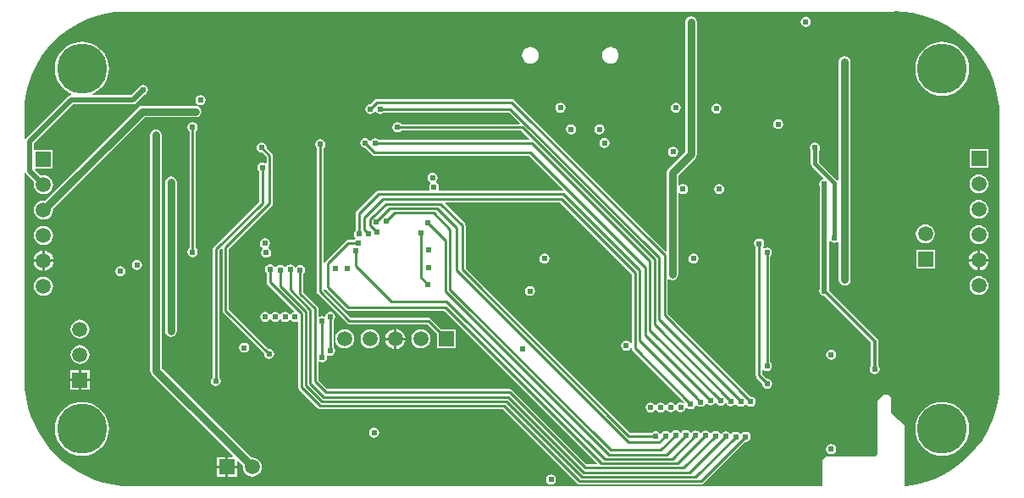
<source format=gbl>
G04*
G04 #@! TF.GenerationSoftware,Altium Limited,Altium Designer,21.0.8 (223)*
G04*
G04 Layer_Physical_Order=4*
G04 Layer_Color=16711680*
%FSLAX25Y25*%
%MOIN*%
G70*
G04*
G04 #@! TF.SameCoordinates,A399C05B-B16C-483E-863C-B068B867FB55*
G04*
G04*
G04 #@! TF.FilePolarity,Positive*
G04*
G01*
G75*
%ADD14C,0.01000*%
%ADD16C,0.02000*%
%ADD115C,0.03000*%
%ADD116C,0.01500*%
%ADD117C,0.01300*%
%ADD118R,0.05906X0.05906*%
%ADD119C,0.05906*%
%ADD120C,0.19685*%
%ADD121R,0.05906X0.05906*%
%ADD122C,0.01968*%
%ADD123C,0.02400*%
G36*
X323282Y164149D02*
X326874Y163676D01*
X330410Y162892D01*
X333865Y161803D01*
X337212Y160417D01*
X340425Y158744D01*
X343480Y156798D01*
X346354Y154592D01*
X349025Y152145D01*
X351473Y149474D01*
X353678Y146600D01*
X355624Y143545D01*
X357297Y140332D01*
X358683Y136985D01*
X359773Y133530D01*
X360557Y129993D01*
X361030Y126402D01*
X361167Y123263D01*
X361178Y122768D01*
X361178Y122768D01*
X361178Y122768D01*
X361178Y122768D01*
X361178Y122288D01*
Y20311D01*
X361153Y20164D01*
X361092Y19820D01*
X361092Y19819D01*
X361092D01*
X361114Y19355D01*
X361166Y18308D01*
X360969Y14301D01*
X360380Y10333D01*
X359406Y6441D01*
X358054Y2664D01*
X356339Y-962D01*
X354277Y-4403D01*
X351887Y-7625D01*
X349193Y-10598D01*
X346221Y-13292D01*
X342999Y-15681D01*
X339558Y-17744D01*
X335931Y-19459D01*
X332154Y-20810D01*
X328263Y-21785D01*
X324295Y-22374D01*
X323952Y-22390D01*
X323590Y-22046D01*
Y1460D01*
X321500Y3550D01*
X318500Y6550D01*
Y12370D01*
X317260Y13610D01*
X315710D01*
X313220Y11120D01*
Y9810D01*
Y-9980D01*
X312490Y-10710D01*
X293030D01*
X291560Y-12180D01*
Y-13580D01*
Y-22523D01*
X21342D01*
X21340Y-22494D01*
X20670Y-22523D01*
X18186D01*
X15757Y-22417D01*
X12115Y-21937D01*
X8528Y-21142D01*
X5024Y-20037D01*
X1630Y-18631D01*
X-1629Y-16935D01*
X-4728Y-14961D01*
X-7643Y-12724D01*
X-10352Y-10242D01*
X-12834Y-7533D01*
X-15070Y-4618D01*
X-17044Y-1520D01*
X-18741Y1739D01*
X-20147Y5133D01*
X-21252Y8637D01*
X-22047Y12224D01*
X-22526Y15867D01*
X-22603Y17625D01*
X-22603D01*
X-22633Y17653D01*
Y100711D01*
X-22132Y100798D01*
X-21812Y100318D01*
X-18713Y97220D01*
X-18747Y97137D01*
X-18875Y96170D01*
X-18747Y95203D01*
X-18374Y94303D01*
X-17781Y93529D01*
X-17007Y92936D01*
X-16107Y92563D01*
X-15140Y92435D01*
X-14173Y92563D01*
X-13273Y92936D01*
X-12499Y93529D01*
X-11906Y94303D01*
X-11533Y95203D01*
X-11405Y96170D01*
X-11533Y97137D01*
X-11906Y98037D01*
X-12499Y98811D01*
X-13273Y99404D01*
X-14173Y99777D01*
X-15140Y99905D01*
X-16107Y99777D01*
X-16190Y99743D01*
X-18414Y101967D01*
X-18207Y102467D01*
X-11437D01*
Y109873D01*
X-18766D01*
Y112541D01*
X-3481Y127826D01*
X20230D01*
X20913Y127962D01*
X21492Y128348D01*
X24718Y131575D01*
X24811Y131593D01*
X25456Y132024D01*
X25887Y132669D01*
X26038Y133430D01*
X25887Y134191D01*
X25456Y134836D01*
X24811Y135267D01*
X24050Y135418D01*
X23289Y135267D01*
X22644Y134836D01*
X22213Y134191D01*
X22195Y134098D01*
X19491Y131394D01*
X4028D01*
X3929Y131894D01*
X4824Y132265D01*
X6245Y133136D01*
X7513Y134219D01*
X8596Y135487D01*
X9467Y136908D01*
X10105Y138449D01*
X10494Y140070D01*
X10625Y141732D01*
X10494Y143394D01*
X10105Y145016D01*
X9467Y146556D01*
X8596Y147978D01*
X7513Y149246D01*
X6245Y150328D01*
X4824Y151199D01*
X3283Y151838D01*
X1662Y152227D01*
X0Y152357D01*
X-1662Y152227D01*
X-3283Y151838D01*
X-4824Y151199D01*
X-6245Y150328D01*
X-7513Y149246D01*
X-8596Y147978D01*
X-9467Y146556D01*
X-10105Y145016D01*
X-10494Y143394D01*
X-10625Y141732D01*
X-10494Y140070D01*
X-10105Y138449D01*
X-9467Y136908D01*
X-8596Y135487D01*
X-7513Y134219D01*
X-6245Y133136D01*
X-4824Y132265D01*
X-4349Y132068D01*
X-4177Y131456D01*
X-4220Y131394D01*
X-4903Y131258D01*
X-5482Y130872D01*
X-5482Y130872D01*
X-21812Y114542D01*
X-22132Y114062D01*
X-22633Y114149D01*
Y123428D01*
X-22619Y123925D01*
D01*
X-22633Y124422D01*
Y124553D01*
X-22647Y124624D01*
X-22458Y128451D01*
X-21886Y132311D01*
X-20938Y136096D01*
X-19623Y139770D01*
X-17955Y143297D01*
X-15949Y146644D01*
X-13624Y149778D01*
X-11004Y152669D01*
X-8113Y155290D01*
X-4978Y157614D01*
X-1632Y159620D01*
X1896Y161289D01*
X5570Y162603D01*
X9355Y163551D01*
X13215Y164124D01*
X16483Y164285D01*
X16483Y164285D01*
Y164285D01*
X16492Y164293D01*
X319678Y164298D01*
X319713Y164305D01*
X323282Y164149D01*
D02*
G37*
%LPC*%
G36*
X284880Y162158D02*
X284119Y162007D01*
X283474Y161576D01*
X283043Y160931D01*
X282892Y160170D01*
X283043Y159409D01*
X283474Y158764D01*
X284119Y158333D01*
X284880Y158182D01*
X285641Y158333D01*
X286286Y158764D01*
X286717Y159409D01*
X286868Y160170D01*
X286717Y160931D01*
X286286Y161576D01*
X285641Y162007D01*
X284880Y162158D01*
D02*
G37*
G36*
X207985Y150309D02*
X207146Y150199D01*
X206364Y149875D01*
X205692Y149359D01*
X205176Y148688D01*
X204852Y147905D01*
X204742Y147066D01*
X204852Y146227D01*
X205176Y145445D01*
X205692Y144773D01*
X206364Y144257D01*
X207146Y143933D01*
X207985Y143823D01*
X208824Y143933D01*
X209607Y144257D01*
X210278Y144773D01*
X210794Y145445D01*
X211118Y146227D01*
X211228Y147066D01*
X211118Y147905D01*
X210794Y148688D01*
X210278Y149359D01*
X209607Y149875D01*
X208824Y150199D01*
X207985Y150309D01*
D02*
G37*
G36*
X176489D02*
X175650Y150199D01*
X174867Y149875D01*
X174196Y149359D01*
X173680Y148688D01*
X173356Y147905D01*
X173246Y147066D01*
X173356Y146227D01*
X173680Y145445D01*
X174196Y144773D01*
X174867Y144257D01*
X175650Y143933D01*
X176489Y143823D01*
X177328Y143933D01*
X178111Y144257D01*
X178782Y144773D01*
X179298Y145445D01*
X179622Y146227D01*
X179732Y147066D01*
X179622Y147905D01*
X179298Y148688D01*
X178782Y149359D01*
X178111Y149875D01*
X177328Y150199D01*
X176489Y150309D01*
D02*
G37*
G36*
X338583Y152357D02*
X336920Y152227D01*
X335299Y151838D01*
X333759Y151199D01*
X332337Y150328D01*
X331069Y149246D01*
X329987Y147978D01*
X329116Y146556D01*
X328477Y145016D01*
X328088Y143394D01*
X327957Y141732D01*
X328088Y140070D01*
X328477Y138449D01*
X329116Y136908D01*
X329987Y135487D01*
X331069Y134219D01*
X332337Y133136D01*
X333759Y132265D01*
X335299Y131627D01*
X336920Y131238D01*
X338583Y131107D01*
X340245Y131238D01*
X341866Y131627D01*
X343406Y132265D01*
X344828Y133136D01*
X346096Y134219D01*
X347179Y135487D01*
X348050Y136908D01*
X348688Y138449D01*
X349077Y140070D01*
X349208Y141732D01*
X349077Y143394D01*
X348688Y145016D01*
X348050Y146556D01*
X347179Y147978D01*
X346096Y149246D01*
X344828Y150328D01*
X343406Y151199D01*
X341866Y151838D01*
X340245Y152227D01*
X338583Y152357D01*
D02*
G37*
G36*
X46640Y131348D02*
X45879Y131197D01*
X45234Y130766D01*
X44803Y130121D01*
X44652Y129360D01*
X44803Y128599D01*
X45234Y127954D01*
X45879Y127523D01*
X46640Y127372D01*
X47401Y127523D01*
X48046Y127954D01*
X48477Y128599D01*
X48628Y129360D01*
X48477Y130121D01*
X48046Y130766D01*
X47401Y131197D01*
X46640Y131348D01*
D02*
G37*
G36*
X233740Y128398D02*
X232979Y128247D01*
X232334Y127816D01*
X231903Y127171D01*
X231752Y126410D01*
X231903Y125649D01*
X232334Y125004D01*
X232979Y124573D01*
X233740Y124422D01*
X234501Y124573D01*
X235146Y125004D01*
X235577Y125649D01*
X235728Y126410D01*
X235577Y127171D01*
X235146Y127816D01*
X234501Y128247D01*
X233740Y128398D01*
D02*
G37*
G36*
X188310D02*
X187549Y128247D01*
X186904Y127816D01*
X186473Y127171D01*
X186322Y126410D01*
X186473Y125649D01*
X186904Y125004D01*
X187549Y124573D01*
X188310Y124422D01*
X189071Y124573D01*
X189716Y125004D01*
X190147Y125649D01*
X190298Y126410D01*
X190147Y127171D01*
X189716Y127816D01*
X189071Y128247D01*
X188310Y128398D01*
D02*
G37*
G36*
X249720Y128088D02*
X248959Y127937D01*
X248314Y127506D01*
X247883Y126861D01*
X247732Y126100D01*
X247883Y125339D01*
X248314Y124694D01*
X248959Y124263D01*
X249720Y124112D01*
X250481Y124263D01*
X251126Y124694D01*
X251557Y125339D01*
X251708Y126100D01*
X251557Y126861D01*
X251126Y127506D01*
X250481Y127937D01*
X249720Y128088D01*
D02*
G37*
G36*
X274040Y121948D02*
X273279Y121797D01*
X272634Y121366D01*
X272203Y120721D01*
X272052Y119960D01*
X272203Y119199D01*
X272634Y118554D01*
X273279Y118123D01*
X274040Y117972D01*
X274801Y118123D01*
X275446Y118554D01*
X275877Y119199D01*
X276028Y119960D01*
X275877Y120721D01*
X275446Y121366D01*
X274801Y121797D01*
X274040Y121948D01*
D02*
G37*
G36*
X203670Y119898D02*
X202909Y119747D01*
X202264Y119316D01*
X201833Y118671D01*
X201682Y117910D01*
X201833Y117149D01*
X202264Y116504D01*
X202909Y116073D01*
X203670Y115922D01*
X204431Y116073D01*
X205076Y116504D01*
X205507Y117149D01*
X205658Y117910D01*
X205507Y118671D01*
X205076Y119316D01*
X204431Y119747D01*
X203670Y119898D01*
D02*
G37*
G36*
X192500D02*
X191739Y119747D01*
X191094Y119316D01*
X190663Y118671D01*
X190512Y117910D01*
X190663Y117149D01*
X191094Y116504D01*
X191739Y116073D01*
X192500Y115922D01*
X193261Y116073D01*
X193906Y116504D01*
X194337Y117149D01*
X194488Y117910D01*
X194337Y118671D01*
X193906Y119316D01*
X193261Y119747D01*
X192500Y119898D01*
D02*
G37*
G36*
X205623Y114478D02*
X204862Y114327D01*
X204217Y113896D01*
X203786Y113251D01*
X203635Y112490D01*
X203786Y111729D01*
X204217Y111084D01*
X204862Y110653D01*
X205623Y110502D01*
X206384Y110653D01*
X207029Y111084D01*
X207460Y111729D01*
X207611Y112490D01*
X207460Y113251D01*
X207029Y113896D01*
X206384Y114327D01*
X205623Y114478D01*
D02*
G37*
G36*
X232640Y110978D02*
X231879Y110827D01*
X231234Y110396D01*
X230803Y109751D01*
X230652Y108990D01*
X230803Y108229D01*
X231234Y107584D01*
X231879Y107153D01*
X232640Y107002D01*
X233401Y107153D01*
X234046Y107584D01*
X234477Y108229D01*
X234628Y108990D01*
X234477Y109751D01*
X234046Y110396D01*
X233401Y110827D01*
X232640Y110978D01*
D02*
G37*
G36*
X70722Y112780D02*
X69961Y112629D01*
X69316Y112198D01*
X68885Y111553D01*
X68734Y110792D01*
X68885Y110031D01*
X69316Y109386D01*
X69961Y108955D01*
X70722Y108804D01*
X70877Y108835D01*
X72615Y107097D01*
Y104659D01*
X72115Y104393D01*
X71691Y104677D01*
X70930Y104828D01*
X70169Y104677D01*
X69524Y104246D01*
X69093Y103601D01*
X68942Y102840D01*
X69093Y102079D01*
X69524Y101434D01*
X69656Y101346D01*
Y89458D01*
X51779Y71581D01*
X51503Y71168D01*
X51406Y70680D01*
Y20314D01*
X51274Y20226D01*
X50843Y19581D01*
X50692Y18820D01*
X50843Y18059D01*
X51274Y17414D01*
X51919Y16983D01*
X52680Y16832D01*
X53441Y16983D01*
X54086Y17414D01*
X54517Y18059D01*
X54668Y18820D01*
X54517Y19581D01*
X54086Y20226D01*
X53954Y20314D01*
Y70152D01*
X54786Y70983D01*
X55286Y70776D01*
Y46600D01*
X55383Y46112D01*
X55659Y45699D01*
X71703Y29655D01*
X71672Y29500D01*
X71823Y28739D01*
X72254Y28094D01*
X72899Y27663D01*
X73660Y27512D01*
X74421Y27663D01*
X75066Y28094D01*
X75497Y28739D01*
X75648Y29500D01*
X75497Y30261D01*
X75066Y30906D01*
X74421Y31337D01*
X73660Y31488D01*
X73505Y31457D01*
X57835Y47128D01*
Y70862D01*
X74791Y87819D01*
X75068Y88232D01*
X75165Y88720D01*
Y107624D01*
X75068Y108112D01*
X74791Y108526D01*
X72680Y110637D01*
X72710Y110792D01*
X72559Y111553D01*
X72128Y112198D01*
X71483Y112629D01*
X70722Y112780D01*
D02*
G37*
G36*
X356693Y110103D02*
X349287D01*
Y102697D01*
X356693D01*
Y110103D01*
D02*
G37*
G36*
X300198Y146802D02*
X299320Y146627D01*
X298575Y146130D01*
X298078Y145386D01*
X297903Y144508D01*
Y97775D01*
X297805Y97694D01*
X297137Y97794D01*
X297111Y97831D01*
X289979Y104964D01*
Y109479D01*
X290287Y109939D01*
X290438Y110700D01*
X290287Y111461D01*
X289856Y112106D01*
X289211Y112537D01*
X288450Y112688D01*
X287689Y112537D01*
X287044Y112106D01*
X286613Y111461D01*
X286462Y110700D01*
X286613Y109939D01*
X286921Y109479D01*
Y104330D01*
X287037Y103745D01*
X287369Y103249D01*
X291802Y98815D01*
X291638Y98272D01*
X291422Y98229D01*
X290777Y97798D01*
X290346Y97153D01*
X290194Y96392D01*
X290346Y95632D01*
X290398Y95553D01*
Y55137D01*
X290346Y55058D01*
X290194Y54298D01*
X290346Y53537D01*
X290777Y52892D01*
X291422Y52461D01*
X292182Y52309D01*
X292199Y52313D01*
X310553Y33959D01*
Y24954D01*
X310143Y24341D01*
X309992Y23580D01*
X310143Y22819D01*
X310574Y22174D01*
X311219Y21743D01*
X311980Y21592D01*
X312741Y21743D01*
X313386Y22174D01*
X313817Y22819D01*
X313968Y23580D01*
X313817Y24341D01*
X313407Y24954D01*
Y34550D01*
X313407Y34550D01*
X313299Y35096D01*
X312989Y35559D01*
X312989Y35559D01*
X294151Y54398D01*
X294019Y55058D01*
X293967Y55137D01*
Y73858D01*
X294467Y74010D01*
X294624Y73774D01*
X295269Y73343D01*
X296030Y73192D01*
X296791Y73343D01*
X297404Y73752D01*
X297574Y73715D01*
X297903Y73574D01*
Y58712D01*
X298078Y57835D01*
X298575Y57090D01*
X299320Y56593D01*
X300198Y56418D01*
X301076Y56593D01*
X301820Y57090D01*
X302317Y57835D01*
X302492Y58712D01*
Y144508D01*
X302317Y145386D01*
X301820Y146130D01*
X301076Y146627D01*
X300198Y146802D01*
D02*
G37*
G36*
X352990Y100135D02*
X352023Y100007D01*
X351123Y99634D01*
X350349Y99041D01*
X349756Y98267D01*
X349383Y97367D01*
X349255Y96400D01*
X349383Y95433D01*
X349756Y94533D01*
X350349Y93759D01*
X351123Y93166D01*
X352023Y92793D01*
X352990Y92665D01*
X353957Y92793D01*
X354857Y93166D01*
X355631Y93759D01*
X356224Y94533D01*
X356597Y95433D01*
X356725Y96400D01*
X356597Y97367D01*
X356224Y98267D01*
X355631Y99041D01*
X354857Y99634D01*
X353957Y100007D01*
X352990Y100135D01*
D02*
G37*
G36*
X250830Y96378D02*
X250069Y96227D01*
X249424Y95796D01*
X248993Y95151D01*
X248842Y94390D01*
X248993Y93629D01*
X249424Y92984D01*
X250069Y92553D01*
X250830Y92402D01*
X251591Y92553D01*
X252236Y92984D01*
X252667Y93629D01*
X252818Y94390D01*
X252667Y95151D01*
X252236Y95796D01*
X251591Y96227D01*
X250830Y96378D01*
D02*
G37*
G36*
X44800Y127244D02*
X23640D01*
X22762Y127069D01*
X22018Y126572D01*
X-14707Y89848D01*
X-15140Y89905D01*
X-16107Y89777D01*
X-17007Y89404D01*
X-17781Y88811D01*
X-18374Y88037D01*
X-18747Y87137D01*
X-18875Y86170D01*
X-18747Y85203D01*
X-18374Y84303D01*
X-17781Y83529D01*
X-17007Y82936D01*
X-16107Y82563D01*
X-15140Y82435D01*
X-14173Y82563D01*
X-13273Y82936D01*
X-12499Y83529D01*
X-11906Y84303D01*
X-11533Y85203D01*
X-11405Y86170D01*
X-11462Y86603D01*
X24590Y122656D01*
X44800D01*
X45678Y122830D01*
X46422Y123328D01*
X46920Y124072D01*
X47094Y124950D01*
X46920Y125828D01*
X46422Y126572D01*
X45678Y127069D01*
X44800Y127244D01*
D02*
G37*
G36*
X352990Y90135D02*
X352023Y90007D01*
X351123Y89634D01*
X350349Y89041D01*
X349756Y88267D01*
X349383Y87367D01*
X349255Y86400D01*
X349383Y85433D01*
X349756Y84533D01*
X350349Y83759D01*
X351123Y83166D01*
X352023Y82793D01*
X352990Y82665D01*
X353957Y82793D01*
X354857Y83166D01*
X355631Y83759D01*
X356224Y84533D01*
X356597Y85433D01*
X356725Y86400D01*
X356597Y87367D01*
X356224Y88267D01*
X355631Y89041D01*
X354857Y89634D01*
X353957Y90007D01*
X352990Y90135D01*
D02*
G37*
G36*
X331980Y80445D02*
X331013Y80317D01*
X330113Y79944D01*
X329339Y79351D01*
X328746Y78577D01*
X328373Y77677D01*
X328245Y76710D01*
X328373Y75743D01*
X328746Y74843D01*
X329339Y74069D01*
X330113Y73476D01*
X331013Y73103D01*
X331980Y72975D01*
X332947Y73103D01*
X333847Y73476D01*
X334621Y74069D01*
X335214Y74843D01*
X335587Y75743D01*
X335715Y76710D01*
X335587Y77677D01*
X335214Y78577D01*
X334621Y79351D01*
X333847Y79944D01*
X332947Y80317D01*
X331980Y80445D01*
D02*
G37*
G36*
X352990Y80135D02*
X352023Y80007D01*
X351123Y79634D01*
X350349Y79041D01*
X349756Y78267D01*
X349383Y77367D01*
X349255Y76400D01*
X349383Y75433D01*
X349756Y74533D01*
X350349Y73759D01*
X351123Y73166D01*
X352023Y72793D01*
X352990Y72665D01*
X353957Y72793D01*
X354857Y73166D01*
X355631Y73759D01*
X356224Y74533D01*
X356597Y75433D01*
X356725Y76400D01*
X356597Y77367D01*
X356224Y78267D01*
X355631Y79041D01*
X354857Y79634D01*
X353957Y80007D01*
X352990Y80135D01*
D02*
G37*
G36*
X-15140Y79905D02*
X-16107Y79777D01*
X-17007Y79404D01*
X-17781Y78811D01*
X-18374Y78037D01*
X-18747Y77137D01*
X-18875Y76170D01*
X-18747Y75203D01*
X-18374Y74303D01*
X-17781Y73529D01*
X-17007Y72936D01*
X-16107Y72563D01*
X-15140Y72435D01*
X-14173Y72563D01*
X-13273Y72936D01*
X-12499Y73529D01*
X-11906Y74303D01*
X-11533Y75203D01*
X-11405Y76170D01*
X-11533Y77137D01*
X-11906Y78037D01*
X-12499Y78811D01*
X-13273Y79404D01*
X-14173Y79777D01*
X-15140Y79905D01*
D02*
G37*
G36*
X239720Y162464D02*
X238842Y162290D01*
X238098Y161792D01*
X237601Y161048D01*
X237426Y160170D01*
Y109030D01*
X230827Y102431D01*
X230330Y101687D01*
X230155Y100809D01*
Y69991D01*
X229693Y69799D01*
X170061Y129431D01*
X169648Y129708D01*
X169160Y129805D01*
X116144D01*
X115656Y129708D01*
X115243Y129431D01*
X113602Y127790D01*
X113447Y127821D01*
X112686Y127670D01*
X112041Y127239D01*
X111610Y126594D01*
X111459Y125833D01*
X111610Y125072D01*
X112041Y124427D01*
X112686Y123996D01*
X113447Y123845D01*
X114208Y123996D01*
X114853Y124427D01*
X115136Y124851D01*
X115717Y124881D01*
X115978Y124490D01*
X116623Y124059D01*
X117384Y123908D01*
X118145Y124059D01*
X118790Y124490D01*
X118878Y124621D01*
X168056D01*
X172275Y120403D01*
X172083Y119941D01*
X125690D01*
X125602Y120072D01*
X124957Y120503D01*
X124196Y120654D01*
X123435Y120503D01*
X122790Y120072D01*
X122359Y119427D01*
X122208Y118666D01*
X122359Y117905D01*
X122790Y117260D01*
X123435Y116829D01*
X124196Y116678D01*
X124957Y116829D01*
X125602Y117260D01*
X125690Y117392D01*
X172811D01*
X176012Y114191D01*
X175820Y113729D01*
X116909D01*
X116822Y113860D01*
X116176Y114291D01*
X115416Y114443D01*
X114655Y114291D01*
X114010Y113860D01*
X113744Y113463D01*
X113161Y113483D01*
X112884Y113897D01*
X112240Y114328D01*
X111479Y114480D01*
X110718Y114328D01*
X110073Y113897D01*
X109642Y113252D01*
X109490Y112491D01*
X109642Y111731D01*
X110073Y111085D01*
X110718Y110654D01*
X111479Y110503D01*
X111634Y110534D01*
X114259Y107909D01*
X114672Y107633D01*
X115160Y107536D01*
X176022D01*
X189373Y94184D01*
X189166Y93685D01*
X140551D01*
X140316Y94125D01*
X140421Y94283D01*
X140572Y95044D01*
X140421Y95805D01*
X139990Y96450D01*
X139345Y96881D01*
X139273Y97405D01*
X139346Y97454D01*
X139777Y98099D01*
X139928Y98860D01*
X139777Y99621D01*
X139346Y100266D01*
X138701Y100697D01*
X137940Y100848D01*
X137179Y100697D01*
X136534Y100266D01*
X136103Y99621D01*
X135952Y98860D01*
X136103Y98099D01*
X136534Y97454D01*
X137179Y97023D01*
X137251Y96499D01*
X137178Y96450D01*
X136747Y95805D01*
X136596Y95044D01*
X136747Y94283D01*
X136853Y94125D01*
X136617Y93685D01*
X116630D01*
X116142Y93587D01*
X115729Y93311D01*
X108149Y85731D01*
X107872Y85318D01*
X107775Y84830D01*
Y78144D01*
X107644Y78056D01*
X107213Y77411D01*
X107062Y76650D01*
X107213Y75889D01*
X107608Y75298D01*
X107644Y75244D01*
X107552Y74704D01*
X107344Y74566D01*
X107256Y74435D01*
X104900D01*
X104412Y74338D01*
X103999Y74061D01*
X95829Y65891D01*
X95552Y65478D01*
X95537Y65398D01*
X95037Y65447D01*
Y110524D01*
X95168Y110612D01*
X95599Y111257D01*
X95750Y112018D01*
X95599Y112779D01*
X95168Y113424D01*
X94523Y113855D01*
X93762Y114006D01*
X93001Y113855D01*
X92356Y113424D01*
X91925Y112779D01*
X91774Y112018D01*
X91925Y111257D01*
X92356Y110612D01*
X92488Y110524D01*
Y54028D01*
X92585Y53540D01*
X92861Y53127D01*
X104339Y41649D01*
X104752Y41372D01*
X105240Y41276D01*
X135728D01*
X139665Y37338D01*
Y31735D01*
X147071D01*
Y39140D01*
X141468D01*
X137157Y43451D01*
X136743Y43727D01*
X136256Y43824D01*
X105768D01*
X95037Y54556D01*
Y55303D01*
X95537Y55352D01*
X95552Y55272D01*
X95829Y54859D01*
X103709Y46979D01*
X104122Y46703D01*
X104610Y46606D01*
X142502D01*
X202661Y-13554D01*
X202470Y-14016D01*
X198588D01*
X169291Y15281D01*
X168878Y15558D01*
X168390Y15654D01*
X96503D01*
X92942Y19215D01*
Y26368D01*
X93442Y26635D01*
X93819Y26383D01*
X94580Y26232D01*
X95341Y26383D01*
X95986Y26814D01*
X96417Y27459D01*
X96568Y28220D01*
X96479Y28668D01*
X96929Y28968D01*
X96938Y28962D01*
X97699Y28811D01*
X98460Y28962D01*
X99105Y29393D01*
X99536Y30038D01*
X99687Y30799D01*
X99536Y31560D01*
X99105Y32205D01*
X98974Y32293D01*
Y42675D01*
X99105Y42763D01*
X99536Y43408D01*
X99687Y44169D01*
X99536Y44930D01*
X99105Y45575D01*
X98460Y46006D01*
X97699Y46157D01*
X96938Y46006D01*
X96293Y45575D01*
X95862Y44930D01*
X95790Y44568D01*
X95341Y44267D01*
X94580Y44418D01*
X93819Y44267D01*
X93442Y44015D01*
X92942Y44282D01*
Y47519D01*
X92845Y48007D01*
X92569Y48420D01*
X87163Y53826D01*
Y61068D01*
X87294Y61156D01*
X87725Y61801D01*
X87876Y62562D01*
X87725Y63323D01*
X87294Y63968D01*
X86649Y64399D01*
X85888Y64550D01*
X85127Y64399D01*
X84482Y63968D01*
X84243Y63610D01*
X84202Y63596D01*
X83665Y63644D01*
X83357Y64105D01*
X82712Y64536D01*
X81951Y64687D01*
X81190Y64536D01*
X80545Y64105D01*
X80262Y63681D01*
X79681Y63651D01*
X79420Y64042D01*
X78775Y64473D01*
X78014Y64624D01*
X77253Y64473D01*
X76608Y64042D01*
X76405Y63738D01*
X76260Y63710D01*
X75827Y63773D01*
X75483Y64289D01*
X74838Y64720D01*
X74077Y64871D01*
X73316Y64720D01*
X72671Y64289D01*
X72240Y63644D01*
X72089Y62883D01*
X72240Y62122D01*
X72671Y61477D01*
X72803Y61389D01*
Y57643D01*
X72900Y57155D01*
X73176Y56742D01*
X83461Y46457D01*
X83315Y45978D01*
X83159Y45947D01*
X82514Y45516D01*
X82238Y45103D01*
X81654Y45085D01*
X81388Y45483D01*
X80743Y45914D01*
X79983Y46066D01*
X79222Y45914D01*
X78577Y45483D01*
X78294Y45060D01*
X77713Y45029D01*
X77451Y45420D01*
X76806Y45851D01*
X76046Y46003D01*
X75285Y45851D01*
X74640Y45420D01*
X74379Y45030D01*
X73799Y45062D01*
X73514Y45487D01*
X72869Y45918D01*
X72109Y46070D01*
X71348Y45918D01*
X70703Y45487D01*
X70272Y44842D01*
X70120Y44081D01*
X70272Y43321D01*
X70703Y42676D01*
X71348Y42244D01*
X72109Y42093D01*
X72869Y42244D01*
X73514Y42676D01*
X73775Y43066D01*
X74355Y43034D01*
X74640Y42608D01*
X75285Y42178D01*
X76046Y42026D01*
X76806Y42178D01*
X77451Y42608D01*
X77735Y43032D01*
X78316Y43062D01*
X78577Y42671D01*
X79222Y42241D01*
X79983Y42089D01*
X80743Y42241D01*
X81388Y42671D01*
X81664Y43085D01*
X82248Y43102D01*
X82514Y42704D01*
X83159Y42274D01*
X83920Y42122D01*
X84626Y42263D01*
X84778Y42226D01*
X85125Y42041D01*
Y16530D01*
X85223Y16042D01*
X85499Y15629D01*
X92899Y8229D01*
X93312Y7953D01*
X93800Y7856D01*
X165688D01*
X194984Y-21441D01*
X195398Y-21718D01*
X195885Y-21814D01*
X243740D01*
X244228Y-21718D01*
X244641Y-21441D01*
X261075Y-5007D01*
X261230Y-5038D01*
X261991Y-4886D01*
X262636Y-4455D01*
X263067Y-3810D01*
X263219Y-3049D01*
X263067Y-2289D01*
X262636Y-1644D01*
X261991Y-1213D01*
X261230Y-1061D01*
X260470Y-1213D01*
X259825Y-1644D01*
X259556Y-2046D01*
X258972Y-2039D01*
X258699Y-1631D01*
X258054Y-1200D01*
X257294Y-1048D01*
X256533Y-1200D01*
X255888Y-1631D01*
X255640Y-2002D01*
X255618Y-2010D01*
X255061Y-1968D01*
X254762Y-1521D01*
X254117Y-1090D01*
X253357Y-938D01*
X252596Y-1090D01*
X251951Y-1521D01*
X251728Y-1854D01*
X251644Y-1876D01*
X251150Y-1820D01*
X250825Y-1335D01*
X250180Y-904D01*
X249419Y-752D01*
X248659Y-904D01*
X248014Y-1335D01*
X247770Y-1699D01*
X247739Y-1710D01*
X247191Y-1665D01*
X246888Y-1212D01*
X246243Y-781D01*
X245482Y-629D01*
X244722Y-781D01*
X244077Y-1212D01*
X243798Y-1628D01*
X243215Y-1653D01*
X242951Y-1259D01*
X242306Y-828D01*
X241546Y-676D01*
X240785Y-828D01*
X240140Y-1259D01*
X239938Y-1561D01*
X239788Y-1587D01*
X239362Y-1523D01*
X239014Y-1003D01*
X238369Y-572D01*
X237609Y-420D01*
X236848Y-572D01*
X236203Y-1003D01*
X235938Y-1399D01*
X235354Y-1377D01*
X235077Y-963D01*
X234432Y-532D01*
X233671Y-380D01*
X232911Y-532D01*
X232266Y-963D01*
X231875Y-1548D01*
X231580Y-1614D01*
X231322Y-1621D01*
X231140Y-1349D01*
X230495Y-918D01*
X229734Y-766D01*
X228974Y-918D01*
X228329Y-1349D01*
X228044Y-1775D01*
X227464Y-1806D01*
X227203Y-1417D01*
X226558Y-986D01*
X225798Y-834D01*
X225037Y-986D01*
X224392Y-1417D01*
X224304Y-1548D01*
X215770D01*
X150975Y63248D01*
Y80100D01*
X150877Y80588D01*
X150601Y81001D01*
X142949Y88654D01*
X143140Y89116D01*
X188135D01*
X216375Y60875D01*
Y33963D01*
X215876Y33811D01*
X215613Y34203D01*
X214968Y34634D01*
X214208Y34786D01*
X213447Y34634D01*
X212802Y34203D01*
X212371Y33558D01*
X212219Y32798D01*
X212371Y32037D01*
X212802Y31392D01*
X213447Y30961D01*
X214208Y30809D01*
X214968Y30961D01*
X215613Y31392D01*
X215876Y31784D01*
X216205Y31742D01*
X216389Y31652D01*
X216473Y31232D01*
X216749Y30819D01*
X237059Y10508D01*
X236741Y10120D01*
X236401Y10347D01*
X235640Y10498D01*
X234879Y10347D01*
X234234Y9916D01*
X233966Y9514D01*
X233382Y9523D01*
X233109Y9933D01*
X232464Y10364D01*
X231703Y10515D01*
X230942Y10364D01*
X230297Y9933D01*
X230008Y9500D01*
X229432Y9465D01*
X229430Y9466D01*
X229176Y9846D01*
X228531Y10277D01*
X227770Y10428D01*
X227009Y10277D01*
X226364Y9846D01*
X226084Y9427D01*
X225503Y9406D01*
X225235Y9807D01*
X224590Y10238D01*
X223829Y10389D01*
X223068Y10238D01*
X222423Y9807D01*
X221992Y9162D01*
X221841Y8401D01*
X221992Y7640D01*
X222423Y6995D01*
X223068Y6564D01*
X223829Y6413D01*
X224590Y6564D01*
X225235Y6995D01*
X225515Y7414D01*
X226096Y7435D01*
X226364Y7034D01*
X227009Y6603D01*
X227770Y6452D01*
X228531Y6603D01*
X229176Y7034D01*
X229465Y7467D01*
X230041Y7502D01*
X230043Y7501D01*
X230297Y7121D01*
X230942Y6690D01*
X231703Y6539D01*
X232464Y6690D01*
X233109Y7121D01*
X233377Y7523D01*
X233961Y7514D01*
X234234Y7104D01*
X234879Y6673D01*
X235640Y6522D01*
X236401Y6673D01*
X237046Y7104D01*
X237477Y7749D01*
X237596Y8348D01*
X238104Y8488D01*
X238171Y8387D01*
X238816Y7956D01*
X239577Y7805D01*
X240338Y7956D01*
X240983Y8387D01*
X241414Y9032D01*
X241464Y9284D01*
X241995Y9390D01*
X242108Y9220D01*
X242753Y8789D01*
X243514Y8638D01*
X244275Y8789D01*
X244920Y9220D01*
X245351Y9865D01*
X245364Y9933D01*
X245895Y10039D01*
X246045Y9814D01*
X246690Y9383D01*
X247451Y9232D01*
X248212Y9383D01*
X248857Y9814D01*
X249086Y10156D01*
X249152Y10176D01*
X249664Y10122D01*
X249982Y9646D01*
X250627Y9215D01*
X251388Y9064D01*
X252149Y9215D01*
X252794Y9646D01*
X253043Y10019D01*
X253062Y10026D01*
X253621Y9985D01*
X253919Y9539D01*
X254564Y9108D01*
X255325Y8957D01*
X256086Y9108D01*
X256731Y9539D01*
X256957Y9877D01*
X257032Y9898D01*
X257535Y9843D01*
X257856Y9362D01*
X258501Y8931D01*
X259262Y8780D01*
X260023Y8931D01*
X260668Y9362D01*
X260938Y9766D01*
X261521Y9762D01*
X261793Y9355D01*
X262438Y8924D01*
X263199Y8773D01*
X263960Y8924D01*
X264605Y9355D01*
X265036Y10000D01*
X265187Y10761D01*
X265036Y11522D01*
X264605Y12167D01*
X263960Y12598D01*
X263199Y12749D01*
X263044Y12718D01*
X230574Y45188D01*
Y58876D01*
X231075Y59143D01*
X231571Y58811D01*
X232449Y58637D01*
X233327Y58811D01*
X234071Y59309D01*
X234569Y60053D01*
X234743Y60931D01*
Y92723D01*
X235243Y92905D01*
X235769Y92553D01*
X236530Y92402D01*
X237291Y92553D01*
X237936Y92984D01*
X238367Y93629D01*
X238518Y94390D01*
X238367Y95151D01*
X237936Y95796D01*
X237291Y96227D01*
X236530Y96378D01*
X235769Y96227D01*
X235243Y95876D01*
X234743Y96057D01*
Y99859D01*
X241342Y106458D01*
X241839Y107202D01*
X242014Y108080D01*
Y160170D01*
X241839Y161048D01*
X241342Y161792D01*
X240598Y162290D01*
X239720Y162464D01*
D02*
G37*
G36*
X43574Y120654D02*
X42813Y120503D01*
X42168Y120072D01*
X41737Y119427D01*
X41586Y118666D01*
X41737Y117905D01*
X42168Y117260D01*
X42299Y117173D01*
Y71100D01*
X42168Y71012D01*
X41737Y70367D01*
X41586Y69606D01*
X41737Y68845D01*
X42168Y68200D01*
X42813Y67769D01*
X43574Y67618D01*
X44335Y67769D01*
X44980Y68200D01*
X45411Y68845D01*
X45562Y69606D01*
X45411Y70367D01*
X44980Y71012D01*
X44848Y71100D01*
Y117173D01*
X44980Y117260D01*
X45411Y117905D01*
X45562Y118666D01*
X45411Y119427D01*
X44980Y120072D01*
X44335Y120503D01*
X43574Y120654D01*
D02*
G37*
G36*
X72060Y75028D02*
X71299Y74877D01*
X70654Y74446D01*
X70223Y73801D01*
X70072Y73040D01*
X70223Y72279D01*
X70654Y71634D01*
X71066Y71359D01*
X71091Y70774D01*
X71064Y70756D01*
X70633Y70111D01*
X70482Y69350D01*
X70633Y68589D01*
X71064Y67944D01*
X71709Y67513D01*
X72470Y67362D01*
X73231Y67513D01*
X73876Y67944D01*
X74307Y68589D01*
X74458Y69350D01*
X74307Y70111D01*
X73876Y70756D01*
X73464Y71031D01*
X73439Y71616D01*
X73466Y71634D01*
X73897Y72279D01*
X74048Y73040D01*
X73897Y73801D01*
X73466Y74446D01*
X72821Y74877D01*
X72060Y75028D01*
D02*
G37*
G36*
X353490Y70321D02*
Y66900D01*
X356911D01*
X356841Y67432D01*
X356443Y68393D01*
X355809Y69219D01*
X354983Y69853D01*
X354022Y70251D01*
X353490Y70321D01*
D02*
G37*
G36*
X352490D02*
X351958Y70251D01*
X350997Y69853D01*
X350171Y69219D01*
X349537Y68393D01*
X349139Y67432D01*
X349069Y66900D01*
X352490D01*
Y70321D01*
D02*
G37*
G36*
X-14640Y70091D02*
Y66670D01*
X-11219D01*
X-11289Y67202D01*
X-11687Y68163D01*
X-12321Y68989D01*
X-13147Y69623D01*
X-14108Y70021D01*
X-14640Y70091D01*
D02*
G37*
G36*
X-15640D02*
X-16172Y70021D01*
X-17133Y69623D01*
X-17959Y68989D01*
X-18593Y68163D01*
X-18991Y67202D01*
X-19061Y66670D01*
X-15640D01*
Y70091D01*
D02*
G37*
G36*
X240750Y68988D02*
X239989Y68837D01*
X239344Y68406D01*
X238913Y67761D01*
X238762Y67000D01*
X238913Y66239D01*
X239344Y65594D01*
X239989Y65163D01*
X240750Y65012D01*
X241511Y65163D01*
X242156Y65594D01*
X242587Y66239D01*
X242738Y67000D01*
X242587Y67761D01*
X242156Y68406D01*
X241511Y68837D01*
X240750Y68988D01*
D02*
G37*
G36*
X182040D02*
X181279Y68837D01*
X180634Y68406D01*
X180203Y67761D01*
X180052Y67000D01*
X180203Y66239D01*
X180634Y65594D01*
X181279Y65163D01*
X182040Y65012D01*
X182801Y65163D01*
X183446Y65594D01*
X183877Y66239D01*
X184028Y67000D01*
X183877Y67761D01*
X183446Y68406D01*
X182801Y68837D01*
X182040Y68988D01*
D02*
G37*
G36*
X335683Y70413D02*
X328277D01*
Y63007D01*
X335683D01*
Y70413D01*
D02*
G37*
G36*
X21630Y66528D02*
X20869Y66377D01*
X20224Y65946D01*
X19793Y65301D01*
X19642Y64540D01*
X19793Y63779D01*
X20224Y63134D01*
X20869Y62703D01*
X21630Y62552D01*
X22391Y62703D01*
X23036Y63134D01*
X23467Y63779D01*
X23618Y64540D01*
X23467Y65301D01*
X23036Y65946D01*
X22391Y66377D01*
X21630Y66528D01*
D02*
G37*
G36*
X352490Y65900D02*
X349069D01*
X349139Y65368D01*
X349537Y64407D01*
X350171Y63581D01*
X350997Y62947D01*
X351958Y62549D01*
X352490Y62479D01*
Y65900D01*
D02*
G37*
G36*
X356911D02*
X353490D01*
Y62479D01*
X354022Y62549D01*
X354983Y62947D01*
X355809Y63581D01*
X356443Y64407D01*
X356841Y65368D01*
X356911Y65900D01*
D02*
G37*
G36*
X-11219Y65670D02*
X-14640D01*
Y62249D01*
X-14108Y62319D01*
X-13147Y62717D01*
X-12321Y63351D01*
X-11687Y64177D01*
X-11289Y65138D01*
X-11219Y65670D01*
D02*
G37*
G36*
X-15640D02*
X-19061D01*
X-18991Y65138D01*
X-18593Y64177D01*
X-17959Y63351D01*
X-17133Y62717D01*
X-16172Y62319D01*
X-15640Y62249D01*
Y65670D01*
D02*
G37*
G36*
X15170Y64038D02*
X14409Y63887D01*
X13764Y63456D01*
X13333Y62811D01*
X13182Y62050D01*
X13333Y61289D01*
X13764Y60644D01*
X14409Y60213D01*
X15170Y60062D01*
X15931Y60213D01*
X16576Y60644D01*
X17007Y61289D01*
X17158Y62050D01*
X17007Y62811D01*
X16576Y63456D01*
X15931Y63887D01*
X15170Y64038D01*
D02*
G37*
G36*
X352990Y60135D02*
X352023Y60007D01*
X351123Y59634D01*
X350349Y59041D01*
X349756Y58267D01*
X349383Y57367D01*
X349255Y56400D01*
X349383Y55433D01*
X349756Y54533D01*
X350349Y53759D01*
X351123Y53166D01*
X352023Y52793D01*
X352990Y52665D01*
X353957Y52793D01*
X354857Y53166D01*
X355631Y53759D01*
X356224Y54533D01*
X356597Y55433D01*
X356725Y56400D01*
X356597Y57367D01*
X356224Y58267D01*
X355631Y59041D01*
X354857Y59634D01*
X353957Y60007D01*
X352990Y60135D01*
D02*
G37*
G36*
X-15140Y59905D02*
X-16107Y59777D01*
X-17007Y59404D01*
X-17781Y58811D01*
X-18374Y58037D01*
X-18747Y57137D01*
X-18875Y56170D01*
X-18747Y55203D01*
X-18374Y54303D01*
X-17781Y53529D01*
X-17007Y52936D01*
X-16107Y52563D01*
X-15140Y52435D01*
X-14173Y52563D01*
X-13273Y52936D01*
X-12499Y53529D01*
X-11906Y54303D01*
X-11533Y55203D01*
X-11405Y56170D01*
X-11533Y57137D01*
X-11906Y58037D01*
X-12499Y58811D01*
X-13273Y59404D01*
X-14173Y59777D01*
X-15140Y59905D01*
D02*
G37*
G36*
X176328Y56286D02*
X175567Y56134D01*
X174922Y55703D01*
X174491Y55058D01*
X174339Y54298D01*
X174491Y53537D01*
X174922Y52892D01*
X175567Y52461D01*
X176328Y52309D01*
X177088Y52461D01*
X177733Y52892D01*
X178164Y53537D01*
X178316Y54298D01*
X178164Y55058D01*
X177733Y55703D01*
X177088Y56134D01*
X176328Y56286D01*
D02*
G37*
G36*
X35033Y99307D02*
X34155Y99132D01*
X33411Y98635D01*
X32913Y97891D01*
X32739Y97013D01*
Y38543D01*
X32913Y37665D01*
X33411Y36920D01*
X34155Y36423D01*
X35033Y36249D01*
X35911Y36423D01*
X36655Y36920D01*
X37152Y37665D01*
X37327Y38543D01*
Y97013D01*
X37152Y97891D01*
X36655Y98635D01*
X35911Y99132D01*
X35033Y99307D01*
D02*
G37*
G36*
X123868Y39359D02*
Y35938D01*
X127289D01*
X127219Y36469D01*
X126821Y37431D01*
X126187Y38257D01*
X125361Y38890D01*
X124400Y39289D01*
X123868Y39359D01*
D02*
G37*
G36*
X122868Y39359D02*
X122336Y39289D01*
X121374Y38890D01*
X120549Y38257D01*
X119915Y37431D01*
X119517Y36469D01*
X119447Y35938D01*
X122868D01*
Y39359D01*
D02*
G37*
G36*
X-758Y42993D02*
X-1724Y42865D01*
X-2625Y42492D01*
X-3398Y41899D01*
X-3992Y41125D01*
X-4365Y40225D01*
X-4492Y39258D01*
X-4365Y38291D01*
X-3992Y37391D01*
X-3398Y36617D01*
X-2625Y36024D01*
X-1724Y35651D01*
X-758Y35523D01*
X209Y35651D01*
X1110Y36024D01*
X1883Y36617D01*
X2477Y37391D01*
X2850Y38291D01*
X2977Y39258D01*
X2850Y40225D01*
X2477Y41125D01*
X1883Y41899D01*
X1110Y42492D01*
X209Y42865D01*
X-758Y42993D01*
D02*
G37*
G36*
X133368Y39172D02*
X132401Y39045D01*
X131501Y38672D01*
X130727Y38078D01*
X130134Y37305D01*
X129761Y36404D01*
X129633Y35438D01*
X129761Y34471D01*
X130134Y33570D01*
X130727Y32797D01*
X131501Y32203D01*
X132401Y31830D01*
X133368Y31703D01*
X134335Y31830D01*
X135235Y32203D01*
X136009Y32797D01*
X136602Y33570D01*
X136975Y34471D01*
X137103Y35438D01*
X136975Y36404D01*
X136602Y37305D01*
X136009Y38078D01*
X135235Y38672D01*
X134335Y39045D01*
X133368Y39172D01*
D02*
G37*
G36*
X113368D02*
X112401Y39045D01*
X111501Y38672D01*
X110727Y38078D01*
X110134Y37305D01*
X109760Y36404D01*
X109633Y35438D01*
X109760Y34471D01*
X110134Y33570D01*
X110727Y32797D01*
X111501Y32203D01*
X112401Y31830D01*
X113368Y31703D01*
X114335Y31830D01*
X115235Y32203D01*
X116009Y32797D01*
X116602Y33570D01*
X116975Y34471D01*
X117103Y35438D01*
X116975Y36404D01*
X116602Y37305D01*
X116009Y38078D01*
X115235Y38672D01*
X114335Y39045D01*
X113368Y39172D01*
D02*
G37*
G36*
X103368D02*
X102401Y39045D01*
X101501Y38672D01*
X100727Y38078D01*
X100134Y37305D01*
X99761Y36404D01*
X99633Y35438D01*
X99761Y34471D01*
X100134Y33570D01*
X100727Y32797D01*
X101501Y32203D01*
X102401Y31830D01*
X103368Y31703D01*
X104335Y31830D01*
X105235Y32203D01*
X106009Y32797D01*
X106602Y33570D01*
X106975Y34471D01*
X107103Y35438D01*
X106975Y36404D01*
X106602Y37305D01*
X106009Y38078D01*
X105235Y38672D01*
X104335Y39045D01*
X103368Y39172D01*
D02*
G37*
G36*
X122868Y34938D02*
X119447D01*
X119517Y34406D01*
X119915Y33444D01*
X120549Y32618D01*
X121374Y31985D01*
X122336Y31587D01*
X122868Y31517D01*
Y34938D01*
D02*
G37*
G36*
X127289D02*
X123868D01*
Y31517D01*
X124400Y31587D01*
X125361Y31985D01*
X126187Y32618D01*
X126821Y33444D01*
X127219Y34406D01*
X127289Y34938D01*
D02*
G37*
G36*
X63888Y33950D02*
X63127Y33799D01*
X62482Y33368D01*
X62051Y32723D01*
X61900Y31962D01*
X62051Y31201D01*
X62482Y30556D01*
X63127Y30125D01*
X63888Y29974D01*
X64649Y30125D01*
X65294Y30556D01*
X65725Y31201D01*
X65876Y31962D01*
X65725Y32723D01*
X65294Y33368D01*
X64649Y33799D01*
X63888Y33950D01*
D02*
G37*
G36*
X294900Y31158D02*
X294139Y31007D01*
X293494Y30576D01*
X293063Y29931D01*
X292912Y29170D01*
X293063Y28409D01*
X293494Y27764D01*
X294139Y27333D01*
X294900Y27182D01*
X295661Y27333D01*
X296306Y27764D01*
X296737Y28409D01*
X296888Y29170D01*
X296737Y29931D01*
X296306Y30576D01*
X295661Y31007D01*
X294900Y31158D01*
D02*
G37*
G36*
X-758Y32993D02*
X-1724Y32865D01*
X-2625Y32492D01*
X-3398Y31899D01*
X-3992Y31125D01*
X-4365Y30225D01*
X-4492Y29258D01*
X-4365Y28291D01*
X-3992Y27391D01*
X-3398Y26617D01*
X-2625Y26024D01*
X-1724Y25651D01*
X-758Y25523D01*
X209Y25651D01*
X1110Y26024D01*
X1883Y26617D01*
X2477Y27391D01*
X2850Y28291D01*
X2977Y29258D01*
X2850Y30225D01*
X2477Y31125D01*
X1883Y31899D01*
X1110Y32492D01*
X209Y32865D01*
X-758Y32993D01*
D02*
G37*
G36*
X266520Y74928D02*
X265759Y74777D01*
X265114Y74346D01*
X264683Y73701D01*
X264532Y72940D01*
X264683Y72179D01*
X265114Y71534D01*
X265195Y71480D01*
Y21010D01*
X265293Y20522D01*
X265569Y20109D01*
X267723Y17955D01*
X267692Y17800D01*
X267843Y17039D01*
X268274Y16394D01*
X268919Y15963D01*
X269680Y15812D01*
X270441Y15963D01*
X271086Y16394D01*
X271517Y17039D01*
X271668Y17800D01*
X271517Y18561D01*
X271086Y19206D01*
X270441Y19637D01*
X269680Y19788D01*
X269525Y19757D01*
X267744Y21538D01*
Y23152D01*
X267986Y23285D01*
X268245Y23354D01*
X268829Y22963D01*
X269590Y22812D01*
X270351Y22963D01*
X270996Y23394D01*
X271427Y24039D01*
X271578Y24800D01*
X271427Y25561D01*
X270996Y26206D01*
X270865Y26294D01*
Y67950D01*
X271006Y68044D01*
X271437Y68689D01*
X271588Y69450D01*
X271437Y70211D01*
X271006Y70856D01*
X270361Y71287D01*
X269600Y71438D01*
X268839Y71287D01*
X268444Y71023D01*
X267934Y71257D01*
X267924Y71533D01*
X267926Y71534D01*
X268357Y72179D01*
X268508Y72940D01*
X268357Y73701D01*
X267926Y74346D01*
X267281Y74777D01*
X266520Y74928D01*
D02*
G37*
G36*
X3195Y23211D02*
X-258D01*
Y19758D01*
X3195D01*
Y23211D01*
D02*
G37*
G36*
X-1258D02*
X-4710D01*
Y19758D01*
X-1258D01*
Y23211D01*
D02*
G37*
G36*
X3195Y18758D02*
X-258D01*
Y15305D01*
X3195D01*
Y18758D01*
D02*
G37*
G36*
X-1258D02*
X-4710D01*
Y15305D01*
X-1258D01*
Y18758D01*
D02*
G37*
G36*
X114980Y498D02*
X114219Y347D01*
X113574Y-84D01*
X113143Y-729D01*
X112992Y-1490D01*
X113143Y-2251D01*
X113574Y-2896D01*
X114219Y-3327D01*
X114980Y-3478D01*
X115741Y-3327D01*
X116386Y-2896D01*
X116817Y-2251D01*
X116968Y-1490D01*
X116817Y-729D01*
X116386Y-84D01*
X115741Y347D01*
X114980Y498D01*
D02*
G37*
G36*
X294900Y-6022D02*
X294139Y-6173D01*
X293494Y-6604D01*
X293063Y-7249D01*
X292912Y-8010D01*
X293063Y-8771D01*
X293494Y-9416D01*
X294139Y-9847D01*
X294900Y-9998D01*
X295661Y-9847D01*
X296306Y-9416D01*
X296737Y-8771D01*
X296888Y-8010D01*
X296737Y-7249D01*
X296306Y-6604D01*
X295661Y-6173D01*
X294900Y-6022D01*
D02*
G37*
G36*
X338583Y10625D02*
X336920Y10494D01*
X335299Y10105D01*
X333759Y9467D01*
X332337Y8596D01*
X331069Y7513D01*
X329987Y6245D01*
X329116Y4824D01*
X328477Y3283D01*
X328088Y1662D01*
X327957Y0D01*
X328088Y-1662D01*
X328477Y-3283D01*
X329116Y-4824D01*
X329987Y-6245D01*
X331069Y-7513D01*
X332337Y-8596D01*
X333759Y-9467D01*
X335299Y-10105D01*
X336920Y-10494D01*
X338583Y-10625D01*
X340245Y-10494D01*
X341866Y-10105D01*
X343406Y-9467D01*
X344828Y-8596D01*
X346096Y-7513D01*
X347179Y-6245D01*
X348050Y-4824D01*
X348688Y-3283D01*
X349077Y-1662D01*
X349208Y0D01*
X349077Y1662D01*
X348688Y3283D01*
X348050Y4824D01*
X347179Y6245D01*
X346096Y7513D01*
X344828Y8596D01*
X343406Y9467D01*
X341866Y10105D01*
X340245Y10494D01*
X338583Y10625D01*
D02*
G37*
G36*
X0D02*
X-1662Y10494D01*
X-3283Y10105D01*
X-4824Y9467D01*
X-6245Y8596D01*
X-7513Y7513D01*
X-8596Y6245D01*
X-9467Y4824D01*
X-10105Y3283D01*
X-10494Y1662D01*
X-10625Y0D01*
X-10494Y-1662D01*
X-10105Y-3283D01*
X-9467Y-4824D01*
X-8596Y-6245D01*
X-7513Y-7513D01*
X-6245Y-8596D01*
X-4824Y-9467D01*
X-3283Y-10105D01*
X-1662Y-10494D01*
X0Y-10625D01*
X1662Y-10494D01*
X3283Y-10105D01*
X4824Y-9467D01*
X6245Y-8596D01*
X7513Y-7513D01*
X8596Y-6245D01*
X9467Y-4824D01*
X10105Y-3283D01*
X10494Y-1662D01*
X10625Y0D01*
X10494Y1662D01*
X10105Y3283D01*
X9467Y4824D01*
X8596Y6245D01*
X7513Y7513D01*
X6245Y8596D01*
X4824Y9467D01*
X3283Y10105D01*
X1662Y10494D01*
X0Y10625D01*
D02*
G37*
G36*
X56528Y-11060D02*
X53075D01*
Y-14512D01*
X56528D01*
Y-11060D01*
D02*
G37*
G36*
X29051Y117953D02*
X28173Y117779D01*
X27428Y117281D01*
X26931Y116537D01*
X26757Y115659D01*
Y22965D01*
X26931Y22087D01*
X27428Y21343D01*
X59369Y-10598D01*
X59178Y-11060D01*
X57528D01*
Y-14512D01*
X60981D01*
Y-12863D01*
X61443Y-12672D01*
X63350Y-14579D01*
X63293Y-15012D01*
X63420Y-15979D01*
X63794Y-16880D01*
X64387Y-17653D01*
X65161Y-18247D01*
X66061Y-18620D01*
X67028Y-18747D01*
X67995Y-18620D01*
X68895Y-18247D01*
X69669Y-17653D01*
X70262Y-16880D01*
X70635Y-15979D01*
X70763Y-15012D01*
X70635Y-14046D01*
X70262Y-13145D01*
X69669Y-12372D01*
X68895Y-11778D01*
X67995Y-11405D01*
X67028Y-11278D01*
X66595Y-11335D01*
X31345Y23915D01*
Y115659D01*
X31170Y116537D01*
X30673Y117281D01*
X29929Y117779D01*
X29051Y117953D01*
D02*
G37*
G36*
X60981Y-15512D02*
X57528D01*
Y-18965D01*
X60981D01*
Y-15512D01*
D02*
G37*
G36*
X56528D02*
X53075D01*
Y-18965D01*
X56528D01*
Y-15512D01*
D02*
G37*
G36*
X184600Y-17952D02*
X183839Y-18103D01*
X183194Y-18534D01*
X182763Y-19179D01*
X182612Y-19940D01*
X182763Y-20701D01*
X183194Y-21346D01*
X183839Y-21777D01*
X184600Y-21928D01*
X185361Y-21777D01*
X186006Y-21346D01*
X186437Y-20701D01*
X186588Y-19940D01*
X186437Y-19179D01*
X186006Y-18534D01*
X185361Y-18103D01*
X184600Y-17952D01*
D02*
G37*
%LPD*%
D14*
X43574Y69606D02*
Y118666D01*
X70930Y88930D02*
Y102840D01*
X52680Y70680D02*
X70930Y88930D01*
X52680Y18820D02*
Y70680D01*
X70722Y110792D02*
X73890Y107624D01*
Y88720D02*
Y107624D01*
X56560Y71390D02*
X73890Y88720D01*
X56560Y46600D02*
Y71390D01*
Y46600D02*
X73660Y29500D01*
X133280Y59790D02*
X136110Y56960D01*
X266470Y21010D02*
X269680Y17800D01*
X85888Y53298D02*
Y62562D01*
X81951Y54760D02*
Y62699D01*
X78014Y56199D02*
Y62636D01*
X74077Y57643D02*
Y62883D01*
X86400Y16530D02*
X93800Y9130D01*
X166215D01*
X88151Y17254D02*
X94525Y10880D01*
X166940D01*
X89917Y17962D02*
X95250Y12630D01*
X167665D01*
X91667Y18687D02*
X95975Y14380D01*
X168390D01*
X93762Y54028D02*
Y112018D01*
Y54028D02*
X105240Y42550D01*
X113447Y125833D02*
X116144Y128530D01*
X169160D02*
X229300Y68390D01*
X168584Y125896D02*
X227030Y67450D01*
Y43000D02*
Y67450D01*
X115730Y81305D02*
X121245Y86820D01*
X119800Y81750D02*
X123120Y85070D01*
X113280Y80290D02*
X116190Y77380D01*
X113280Y80290D02*
Y82320D01*
X114715Y83755D01*
X114865D01*
X119680Y88570D01*
X111170Y78410D02*
X112660Y76920D01*
X111170Y78410D02*
Y83140D01*
X118420Y90390D01*
X188663D01*
X109050Y76650D02*
Y84830D01*
X116630Y92410D01*
X189500D01*
X104900Y73160D02*
X108750D01*
X96730Y64990D02*
X104900Y73160D01*
X107640Y64240D02*
X121630Y50250D01*
X107640Y64240D02*
Y70010D01*
X96730Y55760D02*
Y64990D01*
Y55760D02*
X104610Y47880D01*
X97699Y30799D02*
Y44169D01*
X94580Y28220D02*
Y42430D01*
X91667Y18687D02*
Y47519D01*
X85888Y53298D02*
X91667Y47519D01*
X89917Y17962D02*
Y46794D01*
X81951Y54760D02*
X89917Y46794D01*
X88151Y17254D02*
Y46062D01*
X78014Y56199D02*
X88151Y46062D01*
X86400Y16530D02*
Y45320D01*
X74077Y57643D02*
X86400Y45320D01*
X136256Y42550D02*
X143368Y35438D01*
X105240Y42550D02*
X136256D01*
X104610Y47880D02*
X143030D01*
X121630Y50250D02*
X143580D01*
X133280Y59790D02*
Y77010D01*
X136005Y81265D02*
X143120Y74150D01*
Y54170D02*
Y74150D01*
X166940Y10880D02*
X192434Y-14614D01*
Y-14614D02*
Y-14614D01*
X167665Y12630D02*
X197335Y-17040D01*
X166215Y9130D02*
X195885Y-20540D01*
X192434Y-14614D02*
X196610Y-18790D01*
X168390Y14380D02*
X198060Y-15290D01*
X215243Y-2822D02*
X225798D01*
X227750Y-8290D02*
X233671Y-2369D01*
X227217Y-5272D02*
X229734Y-2754D01*
X229977Y-10040D02*
X237609Y-2409D01*
X232420Y-11790D02*
X241546Y-2664D01*
X234560Y-13540D02*
X245482Y-2617D01*
X236870Y-15290D02*
X249419Y-2740D01*
X239243Y-17040D02*
X253357Y-2926D01*
X215013Y-5272D02*
X227217D01*
X144870Y54895D02*
X208055Y-8290D01*
X227750D01*
X143120Y54170D02*
X207330Y-10040D01*
X229977D01*
X143580Y50250D02*
X205620Y-11790D01*
X232420D01*
X143030Y47880D02*
X204450Y-13540D01*
X234560D01*
X198060Y-15290D02*
X236870D01*
X197335Y-17040D02*
X239243D01*
X241540Y-18790D02*
X257294Y-3036D01*
X196610Y-18790D02*
X241540D01*
X243740Y-20540D02*
X261230Y-3049D01*
X195885Y-20540D02*
X243740D01*
X217650Y31720D02*
X239577Y9793D01*
X217650Y31720D02*
Y61403D01*
X188663Y90390D02*
X217650Y61403D01*
X189500Y92410D02*
X219400Y62510D01*
Y34720D02*
Y62510D01*
X241000Y13140D02*
X243514Y10626D01*
X219400Y34720D02*
X242090Y12030D01*
X221780Y36891D02*
X247451Y11220D01*
X223530Y38910D02*
X251388Y11052D01*
X225280Y40990D02*
X255325Y10945D01*
X221780Y36891D02*
Y63580D01*
X223530Y38910D02*
Y66000D01*
X225280Y40990D02*
Y66725D01*
X227030Y43000D02*
X259262Y10768D01*
X229300Y44660D02*
X263199Y10761D01*
X229300Y44660D02*
Y68390D01*
X116144Y128530D02*
X169160D01*
X117384Y125896D02*
X168584D01*
X124196Y118666D02*
X173339D01*
X225280Y66725D01*
X115416Y112454D02*
X177076D01*
X223530Y66000D01*
X111479Y112491D02*
X115160Y108810D01*
X176550D01*
X221780Y63580D01*
X119680Y88570D02*
X141230D01*
X149700Y80100D01*
X121245Y86820D02*
X139650D01*
X147370Y79100D01*
X123120Y85070D02*
X138370D01*
X144870Y78570D01*
Y54895D02*
Y78570D01*
X149700Y62720D02*
Y80100D01*
Y62720D02*
X215243Y-2822D01*
X147370Y62370D02*
Y79100D01*
Y62370D02*
X215013Y-5272D01*
X269590Y24800D02*
Y69450D01*
X266470Y21010D02*
Y72940D01*
D16*
X-20550Y101580D02*
X-15140Y96170D01*
X-20550Y101580D02*
Y113280D01*
X-4220Y129610D01*
X20230D01*
X24050Y133430D01*
X292182Y54298D02*
Y96392D01*
D115*
X35033Y38543D02*
Y97013D01*
X232449Y60931D02*
Y100809D01*
X239720Y108080D01*
Y160170D01*
X29051Y22965D02*
Y115659D01*
Y22965D02*
X67028Y-15012D01*
X-15140Y86170D02*
X23640Y124950D01*
X44800D01*
X300198Y58712D02*
Y144508D01*
D116*
X288450Y104330D02*
Y110700D01*
Y104330D02*
X296030Y96750D01*
Y75180D02*
Y96750D01*
D117*
X311980Y23580D02*
Y34550D01*
X292225Y54305D02*
X311980Y34550D01*
D118*
X331980Y66710D02*
D03*
X-758Y19258D02*
D03*
X352990Y106400D02*
D03*
X-15140Y106170D02*
D03*
D119*
X331980Y76710D02*
D03*
X133368Y35438D02*
D03*
X123368D02*
D03*
X113368D02*
D03*
X103368D02*
D03*
X-758Y39258D02*
D03*
Y29258D02*
D03*
X352990Y56400D02*
D03*
Y66400D02*
D03*
Y76400D02*
D03*
Y86400D02*
D03*
Y96400D02*
D03*
X-15140Y56170D02*
D03*
Y66170D02*
D03*
Y76170D02*
D03*
Y86170D02*
D03*
Y96170D02*
D03*
X67028Y-15012D02*
D03*
D120*
X338583Y0D02*
D03*
Y141732D02*
D03*
X0D02*
D03*
Y0D02*
D03*
D121*
X143368Y35438D02*
D03*
X57028Y-15012D02*
D03*
D122*
X5679Y83569D02*
D03*
Y87899D02*
D03*
X5679Y92230D02*
D03*
X10010Y83569D02*
D03*
Y87899D02*
D03*
Y92230D02*
D03*
X14341Y83569D02*
D03*
X14341Y87899D02*
D03*
Y92230D02*
D03*
X135503Y-3213D02*
D03*
X131173D02*
D03*
X135503Y5448D02*
D03*
X131173D02*
D03*
X135503Y1118D02*
D03*
X131173D02*
D03*
D123*
X35033Y97013D02*
D03*
Y38543D02*
D03*
X43574Y118666D02*
D03*
Y69606D02*
D03*
X46640Y129360D02*
D03*
X44800Y124950D02*
D03*
X70722Y110792D02*
D03*
X70930Y102840D02*
D03*
X52680Y18820D02*
D03*
X72060Y73040D02*
D03*
X73660Y29500D02*
D03*
X29051Y115659D02*
D03*
X24050Y133430D02*
D03*
X93762Y112018D02*
D03*
X133280Y77010D02*
D03*
X176328Y54298D02*
D03*
X182040Y67000D02*
D03*
X240750D02*
D03*
X21630Y64540D02*
D03*
X15170Y62050D02*
D03*
X104550Y63200D02*
D03*
X99620Y63210D02*
D03*
X136384Y70564D02*
D03*
X136546Y63424D02*
D03*
X72470Y69350D02*
D03*
X269590Y24800D02*
D03*
X269680Y17800D02*
D03*
X294900Y-8010D02*
D03*
Y29170D02*
D03*
X300198Y144508D02*
D03*
X137940Y98860D02*
D03*
X138584Y95044D02*
D03*
X236530Y94390D02*
D03*
X250830D02*
D03*
X203670Y117910D02*
D03*
X192500D02*
D03*
X233740Y126410D02*
D03*
X188310D02*
D03*
X249720Y126100D02*
D03*
X205623Y112490D02*
D03*
X232640Y108990D02*
D03*
X274040Y119960D02*
D03*
X232449Y60931D02*
D03*
X239720Y160170D02*
D03*
X284880D02*
D03*
X311980Y23580D02*
D03*
X292182Y54298D02*
D03*
Y96392D02*
D03*
X114980Y-1490D02*
D03*
X214208Y32798D02*
D03*
X266520Y72940D02*
D03*
X269600Y69450D02*
D03*
X74077Y62883D02*
D03*
X78014Y62636D02*
D03*
X81951Y62699D02*
D03*
X85888Y62562D02*
D03*
X136005Y81265D02*
D03*
X107640Y70010D02*
D03*
X108750Y73160D02*
D03*
X109050Y76650D02*
D03*
X112660Y76920D02*
D03*
X116190Y77380D02*
D03*
X117384Y125896D02*
D03*
X124196Y118666D02*
D03*
X97699Y44169D02*
D03*
X94580Y28220D02*
D03*
X72109Y44081D02*
D03*
X115416Y112454D02*
D03*
X113447Y125833D02*
D03*
X111479Y112491D02*
D03*
X115730Y81305D02*
D03*
X119800Y81750D02*
D03*
X173328Y31322D02*
D03*
X97699Y30799D02*
D03*
X94580Y42430D02*
D03*
X83920Y44110D02*
D03*
X76046Y44014D02*
D03*
X79983Y44077D02*
D03*
X63888Y31962D02*
D03*
X214480Y2300D02*
D03*
X223829Y8401D02*
D03*
X227770Y8440D02*
D03*
X231703Y8527D02*
D03*
X235640Y8510D02*
D03*
X171160Y68800D02*
D03*
X171210Y73580D02*
D03*
X166490Y73540D02*
D03*
X166530Y68800D02*
D03*
X184600Y-19940D02*
D03*
X225798Y-2822D02*
D03*
X233671Y-2369D02*
D03*
X229734Y-2754D02*
D03*
X237609Y-2409D02*
D03*
X241546Y-2664D02*
D03*
X245482Y-2617D02*
D03*
X249419Y-2740D02*
D03*
X253357Y-2926D02*
D03*
X257294Y-3036D02*
D03*
X261230Y-3049D02*
D03*
X239577Y9793D02*
D03*
X243514Y10626D02*
D03*
X247451Y11220D02*
D03*
X251388Y11052D02*
D03*
X255325Y10945D02*
D03*
X259262Y10768D02*
D03*
X263199Y10761D02*
D03*
X12950Y158900D02*
D03*
X22820Y158980D02*
D03*
X33940Y159120D02*
D03*
X14780Y151220D02*
D03*
Y137260D02*
D03*
X23550Y147130D02*
D03*
X26850Y138350D02*
D03*
X32330Y150860D02*
D03*
X44830Y152540D02*
D03*
X44250Y140840D02*
D03*
X-15790Y132800D02*
D03*
X-18710Y123360D02*
D03*
X-9940Y114370D02*
D03*
X-2190Y122780D02*
D03*
X23480Y101790D02*
D03*
X49080Y114370D02*
D03*
X63190Y115540D02*
D03*
X54050Y121970D02*
D03*
X64800Y121900D02*
D03*
X-6320Y76160D02*
D03*
X-5510Y69800D02*
D03*
X-7230Y63530D02*
D03*
X9740Y58280D02*
D03*
X3480Y52830D02*
D03*
X21960Y43530D02*
D03*
X42370Y62720D02*
D03*
X42670Y54740D02*
D03*
X48430Y59900D02*
D03*
X49540Y76660D02*
D03*
X55800Y82120D02*
D03*
X66210Y43130D02*
D03*
X61010Y53860D02*
D03*
X46100Y43290D02*
D03*
X43680Y27230D02*
D03*
X40900Y21310D02*
D03*
X48180Y20230D02*
D03*
X56260Y27450D02*
D03*
X13080Y34170D02*
D03*
X-10870Y36160D02*
D03*
X-17330Y40350D02*
D03*
X-9980Y43080D02*
D03*
X-16800Y30170D02*
D03*
X-17120Y20720D02*
D03*
X-16590Y10020D02*
D03*
X-9660Y26080D02*
D03*
X-11550Y12960D02*
D03*
X7870Y12750D02*
D03*
X14170Y6870D02*
D03*
X16690Y-2160D02*
D03*
X12490Y-10660D02*
D03*
X14590Y-18120D02*
D03*
X33170Y-20220D02*
D03*
X33270Y-12660D02*
D03*
X26450Y-1950D02*
D03*
X30230Y2670D02*
D03*
X33690Y-3840D02*
D03*
X38100Y-6360D02*
D03*
X38000Y-15700D02*
D03*
X47760Y-7510D02*
D03*
X53220Y-7830D02*
D03*
X48910Y-18120D02*
D03*
X56130Y6100D02*
D03*
X60400Y-1520D02*
D03*
X66110Y-7230D02*
D03*
X68240Y-530D02*
D03*
X98520Y22870D02*
D03*
X102930Y18350D02*
D03*
X105910Y23470D02*
D03*
X112930Y19180D02*
D03*
X118170Y21560D02*
D03*
X125200Y21920D02*
D03*
X91400Y-19040D02*
D03*
X115750Y-9160D02*
D03*
X116930Y-18220D02*
D03*
X114340Y3660D02*
D03*
X141810Y43360D02*
D03*
X152730Y2640D02*
D03*
X155290Y18200D02*
D03*
X164120Y18300D02*
D03*
X169810Y-6280D02*
D03*
X176070D02*
D03*
X182240Y-14250D02*
D03*
X199800Y18870D02*
D03*
X183950Y34240D02*
D03*
X191640Y33380D02*
D03*
X76720Y110180D02*
D03*
X84380Y110260D02*
D03*
X105420Y110340D02*
D03*
X111930Y106160D02*
D03*
X114260Y99560D02*
D03*
X107000Y102600D02*
D03*
X109720Y94240D02*
D03*
X104000Y90960D02*
D03*
X101270Y98030D02*
D03*
X89080Y100710D02*
D03*
X81970Y98540D02*
D03*
X81810Y88710D02*
D03*
X89040Y93560D02*
D03*
X85480Y75090D02*
D03*
X89430Y79910D02*
D03*
X101750Y82670D02*
D03*
X98230Y77890D02*
D03*
X48630Y69250D02*
D03*
X80130Y157640D02*
D03*
X80430Y149010D02*
D03*
X115670Y156300D02*
D03*
X114930Y149010D02*
D03*
X90100Y134890D02*
D03*
X100360Y136520D02*
D03*
X106750Y132660D02*
D03*
X112550Y135030D02*
D03*
X104520Y127150D02*
D03*
X82510Y131910D02*
D03*
X86970Y126860D02*
D03*
X135750Y160910D02*
D03*
X145110Y159720D02*
D03*
X155080Y160310D02*
D03*
X149130Y154660D02*
D03*
X142290Y153920D02*
D03*
X142590Y146340D02*
D03*
X143180Y136970D02*
D03*
X151800Y133100D02*
D03*
X150020Y144250D02*
D03*
X154630Y153030D02*
D03*
X125630Y122540D02*
D03*
X135510Y122310D02*
D03*
X146810Y122180D02*
D03*
X156270Y122690D02*
D03*
X165740Y122430D02*
D03*
X128880Y115740D02*
D03*
X138730Y115620D02*
D03*
X149020Y115680D02*
D03*
X163030Y115870D02*
D03*
X170280Y115560D02*
D03*
X153750Y104510D02*
D03*
X165740Y103750D02*
D03*
X173190Y103940D02*
D03*
X165490Y133290D02*
D03*
X165210Y140800D02*
D03*
X164970Y157240D02*
D03*
X166180Y148780D02*
D03*
X171500Y157490D02*
D03*
X182140Y158700D02*
D03*
X194230Y159420D02*
D03*
X206210Y159900D02*
D03*
X212980Y158450D02*
D03*
X185040Y150830D02*
D03*
X182870Y141400D02*
D03*
X173800Y138740D02*
D03*
X176460Y129430D02*
D03*
X182740Y122050D02*
D03*
X185040Y132450D02*
D03*
X193020Y138500D02*
D03*
Y148660D02*
D03*
X201370Y154580D02*
D03*
X200040Y143820D02*
D03*
X200400Y133540D02*
D03*
X192780Y131480D02*
D03*
X207900Y137410D02*
D03*
X213700Y150710D02*
D03*
X213820Y139710D02*
D03*
X222170Y137170D02*
D03*
X222580Y157650D02*
D03*
X230630Y159920D02*
D03*
X228090Y152080D02*
D03*
X227330Y143760D02*
D03*
X233060Y149270D02*
D03*
X246300Y154460D02*
D03*
X253920Y154030D02*
D03*
X246840Y148090D02*
D03*
X247220Y141930D02*
D03*
X247430Y137330D02*
D03*
X254510Y147600D02*
D03*
X207690Y122460D02*
D03*
X200580Y113190D02*
D03*
X220400Y103440D02*
D03*
X226330Y107750D02*
D03*
X228100Y102150D02*
D03*
X214010Y90750D02*
D03*
X245700Y104990D02*
D03*
X240540Y101700D02*
D03*
X246240Y98940D02*
D03*
X240900Y90930D02*
D03*
X237600Y60570D02*
D03*
X156230Y81670D02*
D03*
X178490Y81940D02*
D03*
X179470Y63060D02*
D03*
X123720Y-17670D02*
D03*
X252620Y-18530D02*
D03*
X259790Y-12980D02*
D03*
X264630Y-6820D02*
D03*
X262180Y-18530D02*
D03*
X276700Y-18890D02*
D03*
X282430Y-14470D02*
D03*
X281470Y-7720D02*
D03*
X278670Y-130D02*
D03*
X275620Y3930D02*
D03*
X269050Y4110D02*
D03*
X267910Y11750D02*
D03*
X262540Y17190D02*
D03*
X258060Y41740D02*
D03*
X262480Y37020D02*
D03*
X274550Y43770D02*
D03*
X273650Y37560D02*
D03*
X281360Y39290D02*
D03*
X289900Y39710D02*
D03*
X289240Y-15100D02*
D03*
X331330Y-16170D02*
D03*
X325990Y-2160D02*
D03*
X354090Y5510D02*
D03*
X317240Y23770D02*
D03*
X317820Y16350D02*
D03*
X322320Y23600D02*
D03*
X335750Y21930D02*
D03*
X343830Y24350D02*
D03*
X348750Y30100D02*
D03*
X342750Y33770D02*
D03*
X352340Y35850D02*
D03*
X353340Y23600D02*
D03*
X352920Y15930D02*
D03*
X357590Y13510D02*
D03*
X358670Y22850D02*
D03*
X358170Y36600D02*
D03*
X307850Y26270D02*
D03*
X326410Y40940D02*
D03*
X331830Y38210D02*
D03*
X337400Y43600D02*
D03*
X357300Y44120D02*
D03*
X327420Y57350D02*
D03*
X333810Y54080D02*
D03*
X338220Y57960D02*
D03*
X343160Y55300D02*
D03*
X343010Y62900D02*
D03*
X342320Y69900D02*
D03*
X342470Y77960D02*
D03*
X347800Y91490D02*
D03*
X341330Y91570D02*
D03*
X333650D02*
D03*
X327720Y91490D02*
D03*
X329620Y101530D02*
D03*
X340340Y101450D02*
D03*
X346960Y101760D02*
D03*
X343160Y110960D02*
D03*
X348480Y116960D02*
D03*
X357980Y115220D02*
D03*
X335550Y105330D02*
D03*
X329470Y111870D02*
D03*
X318070Y113010D02*
D03*
X308640Y112250D02*
D03*
X308870Y119090D02*
D03*
X308330Y126620D02*
D03*
X308030Y132630D02*
D03*
X307650Y138480D02*
D03*
X307800Y145400D02*
D03*
X305520Y151940D02*
D03*
X306360Y159090D02*
D03*
X317530Y159240D02*
D03*
X312900Y153690D02*
D03*
X314720Y145930D02*
D03*
X314800Y139010D02*
D03*
X315180Y133460D02*
D03*
X317990Y127000D02*
D03*
X317610Y120920D02*
D03*
X325970Y118640D02*
D03*
X325290Y127300D02*
D03*
X322550Y137260D02*
D03*
X321490Y146620D02*
D03*
X325900Y156270D02*
D03*
X332510Y157950D02*
D03*
X336700Y116130D02*
D03*
X333880Y125560D02*
D03*
X344910Y125100D02*
D03*
X356010Y126620D02*
D03*
X352970Y135670D02*
D03*
X340040Y155510D02*
D03*
X285980Y137800D02*
D03*
X285830Y130040D02*
D03*
X276320Y150720D02*
D03*
X281880Y155060D02*
D03*
X283780Y149130D02*
D03*
X293050Y152240D02*
D03*
X301720Y155740D02*
D03*
X264010Y135360D02*
D03*
X264080Y129510D02*
D03*
X267810Y131030D02*
D03*
X263400Y122440D02*
D03*
Y115750D02*
D03*
X250930Y112100D02*
D03*
X275500Y107770D02*
D03*
X274480Y102100D02*
D03*
X273360Y96060D02*
D03*
X272900Y90670D02*
D03*
X282100Y90950D02*
D03*
X279590Y98480D02*
D03*
X271970Y76730D02*
D03*
X282380Y76260D02*
D03*
X275690Y71900D02*
D03*
X278660Y64370D02*
D03*
X282470Y70220D02*
D03*
X275500Y59720D02*
D03*
X285170Y58980D02*
D03*
X242420Y77660D02*
D03*
X252820Y77570D02*
D03*
X263510Y77840D02*
D03*
X182040Y76360D02*
D03*
X300198Y58712D02*
D03*
X288450Y110700D02*
D03*
X296030Y75180D02*
D03*
X136110Y56960D02*
D03*
M02*

</source>
